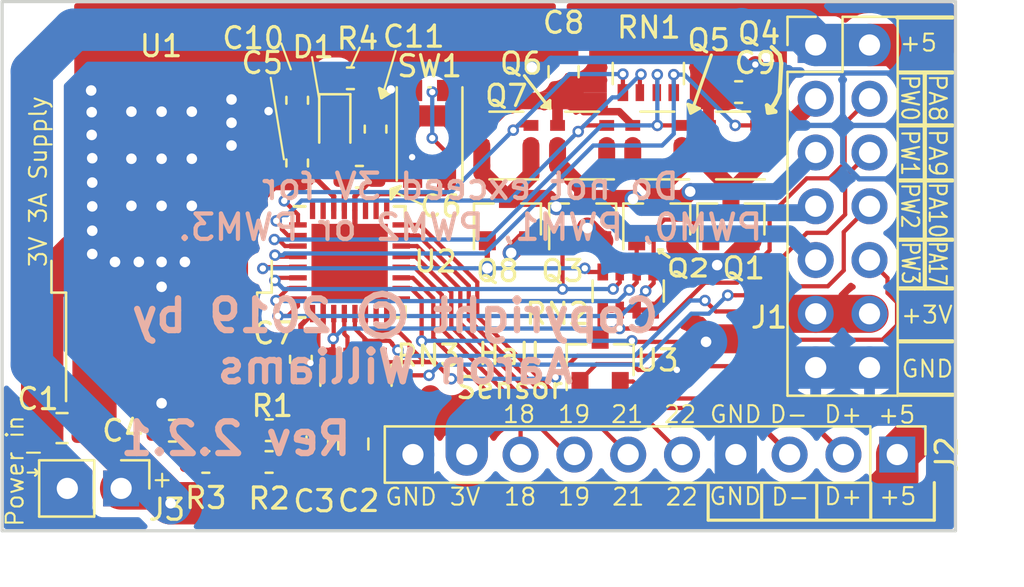
<source format=kicad_pcb>
(kicad_pcb (version 20221018) (generator pcbnew)
  (title_block (title "Paw Controller") (date "2019-02-04") (rev "2.2.1") (company "Copyright © 2018-2019 by Aaron Williams"))
  (layers (0 "F.Cu" jumper) (31 "B.Cu" signal) (34 "B.Paste" user) (35 "F.Paste" user) (36 "B.SilkS" user "B.Silkscreen") (37 "F.SilkS" user "F.Silkscreen") (38 "B.Mask" user) (39 "F.Mask" user) (44 "Edge.Cuts" user))
  (net 0 "")
  (net 1 "+3V3")
  (net 2 "/PA09")
  (net 3 "/PA10")
  (net 4 "Net-(R1-Pad2)")
  (net 5 "GND")
  (net 6 "Net-(C3-Pad2)")
  (net 7 "/PA08")
  (net 8 "/PA02")
  (net 9 "/PA00")
  (net 10 "/PA01")
  (net 11 "+5V")
  (net 12 "Net-(C4-Pad1)")
  (net 13 "Net-(U2-Pad17)")
  (net 14 "Net-(U2-Pad25)")
  (net 15 "/PA06")
  (net 16 "/PA07")
  (net 17 "Net-(U2-Pad15)")
  (net 18 "Net-(U2-Pad16)")
  (net 19 "Net-(SW1-Pad2)")
  (net 20 "Net-(U2-Pad27)")
  (net 21 "Net-(U2-Pad31)")
  (net 22 "Net-(U2-Pad32)")
  (net 23 "/D_N")
  (net 24 "/D_P")
  (net 25 "/PA21")
  (net 26 "/PA22")
  (net 27 "/PA18")
  (net 28 "/PA19")
  (net 29 "Net-(C6-Pad1)")
  (net 30 "/PWM2")
  (net 31 "/PWM0")
  (net 32 "/PWM1")
  (net 33 "/PA04")
  (net 34 "/PA05")
  (net 35 "/PA03")
  (net 36 "/PA11")
  (net 37 "Net-(D1-Pad1)")
  (net 38 "/PWM3")
  (net 39 "/PA17")
  (footprint "Resistor_SMD:R_Array_Convex_4x0603" (layer "F.Cu") (at 79.5 65.4 90)
    (fp_text reference "RN1")
    (fp_text value "100K")
  )
  (footprint "Aaron:SW_SPST_KMR2" (layer "F.Cu") (at 69.175 68.25 90)
    (fp_text reference "SW1")
    (fp_text value "SW_SPST_KMR2")
  )
  (footprint "Package_TO_SOT_SMD:SOT-23" (layer "F.Cu") (at 77.225 78.95 90)
    (fp_text reference "U3")
    (fp_text value "DRV5032FCDBZT")
  )
  (footprint "Capacitor_SMD:C_0603_1608Metric" (layer "F.Cu") (at 83.7625 66.275)
    (fp_text reference "C9")
    (fp_text value "0.1uF")
  )
  (footprint "Resistor_SMD:R_Array_Convex_4x0603" (layer "F.Cu") (at 65.7 79.65 -90)
    (fp_text reference "RN3")
    (fp_text value "10K")
  )
  (footprint "Capacitor_SMD:C_0603_1608Metric" (layer "F.Cu") (at 62.925 66.6625 90)
    (fp_text reference "C10")
    (fp_text value "1uF")
  )
  (footprint "Resistor_SMD:R_0603_1608Metric" (layer "F.Cu") (at 65.4375 65.625 180)
    (fp_text reference "R4")
    (fp_text value "330")
  )
  (footprint "LED_SMD:LED_0603_1608Metric" (layer "F.Cu") (at 64.7 67.8625 -90)
    (fp_text reference "D1")
    (fp_text value "LED")
  )
  (footprint "Capacitor_SMD:C_0603_1608Metric" (layer "F.Cu") (at 66.625 68.025 -90)
    (fp_text reference "C11")
    (fp_text value "0.1uF")
  )
  (footprint "Capacitor_SMD:C_0603_1608Metric" (layer "F.Cu") (at 65.8625 70.275)
    (fp_text reference "C6")
    (fp_text value "1uF")
  )
  (footprint "Aaron:TO-PMOD-7_TabPin4" (layer "F.Cu") (at 56.525 72.8 90)
    (fp_text reference "U1")
    (fp_text value "LMZ10503")
  )
  (footprint "Resistor_SMD:R_0603_1608Metric" (layer "F.Cu") (at 61.6125 82.25 180)
    (fp_text reference "R1")
    (fp_text value "82.5K")
  )
  (footprint "Resistor_SMD:R_0603_1608Metric" (layer "F.Cu") (at 58.6125 83.75 180)
    (fp_text reference "R3")
    (fp_text value "30K")
  )
  (footprint "Capacitor_SMD:C_0603_1608Metric" (layer "F.Cu") (at 57.0375 82.275)
    (fp_text reference "C4")
    (fp_text value "0.022uF")
  )
  (footprint "Resistor_SMD:R_0603_1608Metric" (layer "F.Cu") (at 61.6 83.75 180)
    (fp_text reference "R2")
    (fp_text value "1.27K")
  )
  (footprint "Capacitor_SMD:C_0603_1608Metric" (layer "F.Cu") (at 63.875 82.7125 -90)
    (fp_text reference "C3")
    (fp_text value "91pF")
  )
  (footprint "Package_DFN_QFN:QFN-32-1EP_5x5mm_P0.5mm_EP3.6x3.6mm" (layer "F.Cu") (at 65.4 74.3)
    (fp_text reference "U2")
    (fp_text value "ATSAMD21E18A-AF")
  )
  (footprint "Package_TO_SOT_SMD:SOT-23" (layer "F.Cu") (at 79.9 72.3 90)
    (fp_text reference "Q2")
    (fp_text value "DMN1019USN")
  )
  (footprint "Package_TO_SOT_SMD:SOT-23" (layer "F.Cu") (at 83.4 72.3 90)
    (fp_text reference "Q1")
    (fp_text value "DMN1019USN")
  )
  (footprint "Package_TO_SOT_SMD:SOT-23" (layer "F.Cu") (at 76.4 72.3 90)
    (fp_text reference "Q3")
    (fp_text value "DMN1019USN")
  )
  (footprint "Capacitor_SMD:C_0805_2012Metric" (layer "F.Cu") (at 65.575 82.9 -90)
    (fp_text reference "C2")
    (fp_text value "47uF")
  )
  (footprint "Capacitor_SMD:C_0603_1608Metric" (layer "F.Cu") (at 62.925 69.625 90)
    (fp_text reference "C5")
    (fp_text value "1uF")
  )
  (footprint "Connector_PinHeader_2.54mm:PinHeader_1x02_P2.54mm_Vertical" (layer "F.Cu") (at 54.615 85 -90)
    (fp_text reference "J3")
    (fp_text value "Conn_01x02")
  )
  (footprint "Capacitor_SMD:C_0805_2012Metric" (layer "F.Cu") (at 51.825 82.15 180)
    (fp_text reference "C1")
    (fp_text value "22uF")
  )
  (footprint "Capacitor_SMD:C_0603_1608Metric" (layer "F.Cu") (at 63.1 78.9 -90)
    (fp_text reference "C7")
    (fp_text value "1uF")
  )
  (footprint "Capacitor_SMD:C_0805_2012Metric" (layer "F.Cu") (at 75.5 65.3125 90)
    (fp_text reference "C8")
    (fp_text value "47uF")
  )
  (footprint "Resistor_SMD:R_Array_Convex_4x0603" (layer "F.Cu") (at 78.55 75.675 90)
    (fp_text reference "RN2")
    (fp_text value "100K")
  )
  (footprint "Package_TO_SOT_SMD:SOT-23" (layer "F.Cu") (at 72.85 72.3 90)
    (fp_text reference "Q8")
    (fp_text value "DMN1019USN")
  )
  (footprint "Package_SO:TSOP-6_1.65x3.05mm_P0.95mm" (layer "F.Cu") (at 83.5 68.8 180)
    (fp_text reference "Q4")
    (fp_text value "SI3407DV-T1-GE3")
  )
  (footprint "Package_SO:TSOP-6_1.65x3.05mm_P0.95mm" (layer "F.Cu") (at 79.925 68.8 180)
    (fp_text reference "Q5")
    (fp_text value "SI3407DV-T1-GE3")
  )
  (footprint "Package_SO:TSOP-6_1.65x3.05mm_P0.95mm" (layer "F.Cu") (at 76.375 68.8 180)
    (fp_text reference "Q6")
    (fp_text value "SI3407DV-T1-GE3")
  )
  (footprint "Package_SO:TSOP-6_1.65x3.05mm_P0.95mm" (layer "F.Cu") (at 72.8 68.8 180)
    (fp_text reference "Q7")
    (fp_text value "SI3407DV-T1-GE3")
  )
  (footprint "Connector_PinHeader_2.54mm:PinHeader_2x07_P2.54mm_Vertical" (layer "F.Cu") (at 87.4 64.05)
    (fp_text reference "J1")
    (fp_text value "Conn_02x07_Odd_Even")
  )
  (footprint "Connector_PinHeader_2.54mm:PinHeader_1x10_P2.54mm_Vertical" (layer "F.Cu") (at 91.25 83.4 -90)
    (fp_text reference "J2")
    (fp_text value "Conn_01x10")
  )
  (gr_line (start 84.85 84.775) (end 84.85 86.45) (stroke (width 0.15)) (layer "F.SilkS"))
  (gr_line (start 85.325 64.15) (end 85.7 64.525) (stroke (width 0.2)) (layer "F.SilkS"))
  (gr_line (start 50.2 84.25) (end 50.7 84.25) (stroke (width 0.1)) (layer "F.SilkS"))
  (gr_line (start 91.35 67.85) (end 93.85 67.85) (stroke (width 0.2)) (layer "F.SilkS"))
  (gr_line (start 80.025 73.875) (end 79.975 73.725) (stroke (width 0.15)) (layer "F.SilkS"))
  (gr_line (start 81.6 67.05) (end 82.475 64.525) (stroke (width 0.15)) (layer "F.SilkS"))
  (gr_line (start 90 84.75) (end 90 86.475) (stroke (width 0.15)) (layer "F.SilkS"))
  (gr_line (start 50.7 84.25) (end 50.55 84.4) (stroke (width 0.1)) (layer "F.SilkS"))
  (gr_poly (pts (xy 66.9 66.55) (xy 67.275 66.325) (xy 66.8 66.1)) (stroke (width 0.15)) (fill solid) (layer "F.SilkS"))
  (gr_line (start 91.25 62.75) (end 93.85 62.75) (stroke (width 0.2)) (layer "F.SilkS"))
  (gr_line (start 80.175 73.725) (end 80.025 73.875) (stroke (width 0.15)) (layer "F.SilkS"))
  (gr_line (start 93 86.5) (end 93 84.725) (stroke (width 0.15)) (layer "F.SilkS"))
  (gr_line (start 50.7 84.25) (end 50.55 84.1) (stroke (width 0.1)) (layer "F.SilkS"))
  (gr_line (start 82.325 84.825) (end 82.325 86.5) (stroke (width 0.15)) (layer "F.SilkS"))
  (gr_line (start 85.775 64.925) (end 85.7 66.325) (stroke (width 0.2)) (layer "F.SilkS"))
  (gr_line (start 91.35 75.55) (end 93.85 75.55) (stroke (width 0.2)) (layer "F.SilkS"))
  (gr_line (start 91.325 80.575) (end 93.875 80.575) (stroke (width 0.2)) (layer "F.SilkS"))
  (gr_line (start 74.85 67.05) (end 74.85 66.675) (stroke (width 0.15)) (layer "F.SilkS"))
  (gr_line (start 82.325 86.5) (end 93 86.5) (stroke (width 0.15)) (layer "F.SilkS"))
  (gr_line (start 91.35 73.25) (end 93.85 73.25) (stroke (width 0.2)) (layer "F.SilkS"))
  (gr_poly (pts (xy 81.5 67.275) (xy 81.9 67.05) (xy 81.375 66.85)) (stroke (width 0.15)) (fill solid) (layer "F.SilkS"))
  (gr_line (start 80.475 74.075) (end 80 73.75) (stroke (width 0.15)) (layer "F.SilkS"))
  (gr_line (start 85.15 67.25) (end 85.1 66.9) (stroke (width 0.2)) (layer "F.SilkS"))
  (gr_line (start 73.65 65.5) (end 74.85 67.05) (stroke (width 0.15)) (layer "F.SilkS"))
  (gr_line (start 65.875 64.175) (end 65.45 65.125) (stroke (width 0.1)) (layer "F.SilkS"))
  (gr_line (start 85.7 64.525) (end 85.775 64.925) (stroke (width 0.2)) (layer "F.SilkS"))
  (gr_line (start 50.55 84.1) (end 50.7 84.25) (stroke (width 0.1)) (layer "F.SilkS"))
  (gr_line (start 63.625 64.625) (end 63.975 66.675) (stroke (width 0.1)) (layer "F.SilkS"))
  (gr_line (start 91.35 70.45) (end 93.85 70.45) (stroke (width 0.2)) (layer "F.SilkS"))
  (gr_line (start 87.45 84.75) (end 87.45 86.475) (stroke (width 0.15)) (layer "F.SilkS"))
  (gr_line (start 85.5 67.2) (end 85.2 67.25) (stroke (width 0.2)) (layer "F.SilkS"))
  (gr_line (start 79.975 73.725) (end 80.175 73.725) (stroke (width 0.15)) (layer "F.SilkS"))
  (gr_line (start 92.55 73.25) (end 92.55 65.35) (stroke (width 0.2)) (layer "F.SilkS"))
  (gr_line (start 92.55 73.275) (end 92.55 75.55) (stroke (width 0.2)) (layer "F.SilkS"))
  (gr_line (start 85.475 66.8) (end 85.15 67.25) (stroke (width 0.2)) (layer "F.SilkS"))
  (gr_line (start 85.7 66.325) (end 85.475 66.8) (stroke (width 0.2)) (layer "F.SilkS"))
  (gr_line (start 91.325 78.05) (end 93.85 78.05) (stroke (width 0.2)) (layer "F.SilkS"))
  (gr_line (start 85.1 66.9) (end 85.5 67.2) (stroke (width 0.2)) (layer "F.SilkS"))
  (gr_line (start 74.85 66.675) (end 74.475 66.975) (stroke (width 0.15)) (layer "F.SilkS"))
  (gr_line (start 67.575 64.325) (end 66.925 66.525) (stroke (width 0.1)) (layer "F.SilkS"))
  (gr_poly (pts (xy 67.35 70.875) (xy 67.8 70.725) (xy 67.35 71.325)) (stroke (width 0.15)) (fill solid) (layer "F.SilkS"))
  (gr_line (start 68.925 71.625) (end 67.35 70.925) (stroke (width 0.1)) (layer "F.SilkS"))
  (gr_line (start 74.475 66.975) (end 74.85 67.025) (stroke (width 0.15)) (layer "F.SilkS"))
  (gr_line (start 62.175 63.975) (end 62.625 65.2) (stroke (width 0.1)) (layer "F.SilkS"))
  (gr_line (start 61.675 65.6) (end 62.3 69.45) (stroke (width 0.1)) (layer "F.SilkS"))
  (gr_line (start 91.35 65.35) (end 93.85 65.35) (stroke (width 0.2)) (layer "F.SilkS"))
  (gr_line (start 94 62) (end 94 87) (stroke (width 0.15)) (layer "Edge.Cuts"))
  (gr_line (start 49 62) (end 94 62) (stroke (width 0.15)) (layer "Edge.Cuts"))
  (gr_line (start 49 87) (end 49 62) (stroke (width 0.15)) (layer "Edge.Cuts"))
  (gr_line (start 94 87) (end 49 87) (stroke (width 0.15)) (layer "Edge.Cuts"))
  (gr_text "Copyright © 2019 by\nAaron Williams" (at 67.55 78.05) (layer "B.SilkS") (effects (font (size 1.5 1.5) (thickness 0.3)) (justify mirror)))
  (gr_text "Rev 2.2.1" (at 60.025 82.65) (layer "B.SilkS") (effects (font (size 1.5 1.5) (thickness 0.3)) (justify mirror)))
  (gr_text "Do not exceed 3V for\nPWM0, PWM1, PWM2 or PWM3." (at 71.1 71.7) (layer "B.SilkS") (effects (font (size 1.2 1.2) (thickness 0.2)) (justify mirror)))
  (gr_text "Power in" (at 49.6 84.175 90) (layer "F.SilkS") (effects (font (size 0.8 0.8) (thickness 0.1))))
  (gr_text "22" (at 81 81.5) (layer "F.SilkS") (effects (font (size 0.8 0.8) (thickness 0.1))))
  (gr_text "GND" (at 83.6 85.375) (layer "F.SilkS") (effects (font (size 0.8 0.8) (thickness 0.1))))
  (gr_text "+5" (at 91.225 81.525) (layer "F.SilkS") (effects (font (size 0.8 0.8) (thickness 0.1))))
  (gr_text "19" (at 76 81.5) (layer "F.SilkS") (effects (font (size 0.8 0.8) (thickness 0.1))))
  (gr_text "18" (at 73.4 81.5) (layer "F.SilkS") (effects (font (size 0.8 0.8) (thickness 0.1))))
  (gr_text "18" (at 73.45 85.4) (layer "F.SilkS") (effects (font (size 0.8 0.8) (thickness 0.1))))
  (gr_text "GND" (at 92.675 79.35) (layer "F.SilkS") (effects (font (size 0.8 0.8) (thickness 0.1))))
  (gr_text "PW1" (at 91.85 69.15 270) (layer "F.SilkS") (effects (font (size 0.8 0.7) (thickness 0.1))))
  (gr_text "PA17" (at 93.15 74.375 270) (layer "F.SilkS") (effects (font (size 0.8 0.55) (thickness 0.1))))
  (gr_text "D+" (at 88.7 85.375) (layer "F.SilkS") (effects (font (size 0.8 0.8) (thickness 0.1))))
  (gr_text "PW0" (at 91.85 66.55 270) (layer "F.SilkS") (effects (font (size 0.8 0.7) (thickness 0.1))))
  (gr_text "PW2" (at 91.85 71.65 270) (layer "F.SilkS") (effects (font (size 0.8 0.7) (thickness 0.1))))
  (gr_text "D+" (at 88.7 81.5) (layer "F.SilkS") (effects (font (size 0.8 0.8) (thickness 0.1))))
  (gr_text "19" (at 76 85.4) (layer "F.SilkS") (effects (font (size 0.8 0.8) (thickness 0.1))))
  (gr_text "Hall\nSensor" (at 72.95 79.45) (layer "F.SilkS") (effects (font (size 1 1))))
  (gr_text "GND" (at 83.625 81.5) (layer "F.SilkS") (effects (font (size 0.8 0.8) (thickness 0.1))))
  (gr_text "3V" (at 70.85 85.4) (layer "F.SilkS") (effects (font (size 0.8 0.8) (thickness 0.1))))
  (gr_text "GND" (at 68.3 85.4) (layer "F.SilkS") (effects (font (size 0.8 0.8) (thickness 0.1))))
  (gr_text "-" (at 50.475 83.25) (layer "F.SilkS") (effects (font (size 0.8 0.8) (thickness 0.1))))
  (gr_text "+5" (at 91.275 85.375) (layer "F.SilkS") (effects (font (size 0.8 0.8) (thickness 0.1))))
  (gr_text "PA9" (at 93.15 69.15 270) (layer "F.SilkS") (effects (font (size 0.8 0.8) (thickness 0.1))))
  (gr_text "D-" (at 86.2 85.4) (layer "F.SilkS") (effects (font (size 0.8 0.8) (thickness 0.1))))
  (gr_text "21" (at 78.5 81.5) (layer "F.SilkS") (effects (font (size 0.8 0.8) (thickness 0.1))))
  (gr_text "21" (at 78.55 85.4) (layer "F.SilkS") (effects (font (size 0.8 0.8) (thickness 0.1))))
  (gr_text "PW3" (at 91.875 74.35 270) (layer "F.SilkS") (effects (font (size 0.8 0.65) (thickness 0.1))))
  (gr_text "+3V" (at 92.65 76.8) (layer "F.SilkS") (effects (font (size 0.8 0.8) (thickness 0.1))))
  (gr_text "22" (at 81.075 85.4) (layer "F.SilkS") (effects (font (size 0.8 0.8) (thickness 0.1))))
  (gr_text "+5" (at 92.25 63.95) (layer "F.SilkS") (effects (font (size 0.8 0.8) (thickness 0.1))))
  (gr_text "D-" (at 86.125 81.5) (layer "F.SilkS") (effects (font (size 0.8 0.8) (thickness 0.1))))
  (gr_text "3V 3A Supply" (at 50.7 70.5 90) (layer "F.SilkS") (effects (font (size 0.8 0.8) (thickness 0.1))))
  (gr_text "PA8" (at 93.15 66.55 270) (layer "F.SilkS") (effects (font (size 0.8 0.8) (thickness 0.1))))
  (gr_text "+" (at 56.55 84.55) (layer "F.SilkS") (effects (font (size 0.8 0.8) (thickness 0.1))))
  (gr_text "PA10" (at 93.15 71.85 270) (layer "F.SilkS") (effects (font (size 0.8 0.7) (thickness 0.1))))
  (segment (start 78.765 67.85) (end 78.765 67.84) (width 0.3) (layer "F.Cu") (net 1))
  (segment (start 70.6 67.400001) (end 70.799999 67.400001) (width 0.8) (layer "F.Cu") (net 1))
  (segment (start 63.32499 67.79999) (end 62.925 67.4) (width 0.8) (layer "F.Cu") (net 1))
  (segment (start 70.93 82.197919) (end 70.95 82.177919) (width 2) (layer "F.Cu") (net 1))
  (segment (start 62.4 82.25) (end 62.4 81.1) (width 0.5) (layer "F.Cu") (net 1))
  (segment (start 64.5 80.575) (end 63.875 81.2) (width 1) (layer "F.Cu") (net 1))
  (segment (start 63.611816 67.79999) (end 63.32499 67.79999) (width 0.8) (layer "F.Cu") (net 1))
  (segment (start 65.575 81.875) (end 66.4 81.05) (width 1) (layer "F.Cu") (net 1))
  (segment (start 66.625 67.2375) (end 66.324326 67.2375) (width 1) (layer "F.Cu") (net 1))
  (segment (start 66.787501 67.400001) (end 70.6 67.400001) (width 1) (layer "F.Cu") (net 1))
  (segment (start 63.875 81.2) (end 64.7 80.375) (width 0.5) (layer "F.Cu") (net 1))
  (segment (start 63.65 76.7375) (end 63.1 77.2875) (width 0.25) (layer "F.Cu") (net 1))
  (segment (start 60.104987 75.670013) (end 59.6 76.175) (width 1) (layer "F.Cu") (net 1))
  (segment (start 64.675 80.4) (end 64.7 80.375) (width 0.5) (layer "F.Cu") (net 1))
  (segment (start 60.335 78.575) (end 60.335 78.59) (width 1) (layer "F.Cu") (net 1))
  (segment (start 66.2875 80.375) (end 66.3 80.3875) (width 0.5) (layer "F.Cu") (net 1))
  (segment (start 82.34 67.85) (end 82.34 66.91) (width 0.5) (layer "F.Cu") (net 1))
  (segment (start 76.275 79.95) (end 76.275 79.9) (width 0.2) (layer "F.Cu") (net 1))
  (segment (start 63.149326 70.4125) (end 62.95 70.4125) (width 1) (layer "F.Cu") (net 1))
  (segment (start 62.95 70.4125) (end 61.7 70.4125) (width 1) (layer "F.Cu") (net 1))
  (segment (start 63.875 81.3) (end 62.4 81.3) (width 1) (layer "F.Cu") (net 1))
  (segment (start 65.575 81.875) (end 63.925 81.875) (width 1) (layer "F.Cu") (net 1))
  (segment (start 87.4 76.75) (end 89.94 76.75) (width 1.8) (layer "F.Cu") (net 1))
  (segment (start 77.044999 79.130001) (end 78.745003 79.130001) (width 0.2) (layer "F.Cu") (net 1))
  (segment (start 82.34 66.91) (end 82.975 66.275) (width 0.5) (layer "F.Cu") (net 1))
  (segment (start 75.215 66.535) (end 75.5 66.25) (width 0.5) (layer "F.Cu") (net 1))
  (segment (start 64.686826 68.875) (end 63.611816 67.79999) (width 0.8) (layer "F.Cu") (net 1))
  (segment (start 62.58462 81.3) (end 59.6 78.31538) (width 1.5) (layer "F.Cu") (net 1))
  (segment (start 66.324326 67.2375) (end 63.149326 70.4125) (width 1) (layer "F.Cu") (net 1))
  (segment (start 60.335 78.696826) (end 60.335 78.575) (width 1) (layer "F.Cu") (net 1))
  (segment (start 78.745003 79.130001) (end 79.015002 79.4) (width 0.2) (layer "F.Cu") (net 1))
  (segment (start 62.4 81.3) (end 62.4 80.761826) (width 1) (layer "F.Cu") (net 1))
  (segment (start 63.8625 70.4125) (end 62.95 70.4125) (width 0.25) (layer "F.Cu") (net 1))
  (segment (start 70.799999 67.400001) (end 71.475 66.725) (width 0.8) (layer "F.Cu") (net 1))
  (segment (start 64.65 71.2) (end 63.8625 70.4125) (width 0.25) (layer "F.Cu") (net 1))
  (segment (start 75.95 66.25) (end 75.95 66.265) (width 0.8) (layer "F.Cu") (net 1))
  (segment (start 66.237489 80.450011) (end 64.775011 80.450011) (width 1) (layer "F.Cu") (net 1))
  (segment (start 66.625 67.2375) (end 66.787501 67.400001) (width 1) (layer "F.Cu") (net 1))
  (segment (start 76.45 67.2) (end 76.056237 66.806237) (width 0.3) (layer "F.Cu") (net 1))
  (segment (start 78.765 67.84) (end 78.125 67.2) (width 0.35) (layer "F.Cu") (net 1))
  (segment (start 79.9 64.5) (end 79.9 63.625) (width 0.3) (layer "F.Cu") (net 1))
  (segment (start 69.2125 81.7625) (end 69.2125 80.625) (width 1) (layer "F.Cu") (net 1))
  (segment (start 72.174999 67.400001) (end 72.625 66.95) (width 0.8) (layer "F.Cu") (net 1))
  (segment (start 79.1 64.5) (end 79.1 63.575) (width 0.3) (layer "F.Cu") (net 1))
  (segment (start 66.9625 81.05) (end 68.384315 81.05) (width 1) (layer "F.Cu") (net 1))
  (segment (start 66.4 81.05) (end 68.384315 81.05) (width 1) (layer "F.Cu") (net 1))
  (segment (start 78.125 67.2) (end 76.45 67.2) (width 0.35) (layer "F.Cu") (net 1))
  (segment (start 86.450604 76.75) (end 87.4 76.75) (width 1.8) (layer "F.Cu") (net 1))
  (segment (start 71.64 67.85) (end 71.190001 67.400001) (width 0.5) (layer "F.Cu") (net 1))
  (segment (start 79.015002 79.4) (end 80.845998 79.4) (width 0.2) (layer "F.Cu") (net 1))
  (segment (start 63.925 81.875) (end 63.875 81.825) (width 1) (layer "F.Cu") (net 1))
  (segment (start 71.190001 67.400001) (end 72.174999 67.400001) (width 0.8) (layer "F.Cu") (net 1))
  (segment (start 76.275 79.9) (end 77.044999 79.130001) (width 0.2) (layer "F.Cu") (net 1))
  (segment (start 62.4 82.25) (end 62.4 81.3) (width 1) (layer "F.Cu") (net 1))
  (segment (start 62.825 81.825) (end 62.4 82.25) (width 1) (layer "F.Cu") (net 1))
  (segment (start 59.675 79.25) (end 59.675 80.45) (width 1) (layer "F.Cu") (net 1))
  (segment (start 64.5 80.55) (end 64.5 80.575) (width 1) (layer "F.Cu") (net 1))
  (segment (start 60.985 78.575) (end 60.335 78.575) (width 0.25) (layer "F.Cu") (net 1))
  (segment (start 76.056237 66.806237) (end 75.5 66.25) (width 0.3) (layer "F.Cu") (net 1))
  (segment (start 63.875 81.825) (end 63.875 81.2) (width 0.5) (layer "F.Cu") (net 1))
  (segment (start 62.4 80.761826) (end 60.335 78.696826) (width 1) (layer "F.Cu") (net 1))
  (segment (start 75.95 66.25) (end 75.725 66.475) (width 1) (layer "F.Cu") (net 1))
  (segment (start 70.6 67.400001) (end 71.190001 67.400001) (width 1) (layer "F.Cu") (net 1))
  (segment (start 63.1 77.2875) (end 63.1 78.1125) (width 0.25) (layer "F.Cu") (net 1))
  (segment (start 68.409315 81.075) (end 69.359315 81.075) (width 1) (layer "F.Cu") (net 1))
  (segment (start 61.7 70.4125) (end 60.104987 72.007513) (width 1) (layer "F.Cu") (net 1))
  (segment (start 59.6 78.31538) (end 59.6 76.175) (width 1.5) (layer "F.Cu") (net 1))
  (segment (start 65.575 81.875) (end 65.575 81.1125) (width 0.5) (layer "F.Cu") (net 1))
  (segment (start 63.875 81.3) (end 62.58462 81.3) (width 1.5) (layer "F.Cu") (net 1))
  (segment (start 60.335 78.59) (end 59.675 79.25) (width 1) (layer "F.Cu") (net 1))
  (segment (start 60.104987 72.007513) (end 60.104987 75.670013) (width 1) (layer "F.Cu") (net 1))
  (segment (start 68.384315 81.05) (end 68.409315 81.075) (width 1) (layer "F.Cu") (net 1))
  (segment (start 63.875 81.825) (end 62.825 81.825) (width 1) (layer "F.Cu") (net 1))
  (segment (start 70.93 83.4) (end 70.93 82.197919) (width 2) (layer "F.Cu") (net 1))
  (segment (start 64.65 71.8625) (end 64.65 71.2) (width 0.25) (layer "F.Cu") (net 1))
  (segment (start 59.065 78.575) (end 59.065 75.475) (width 0.8) (layer "F.Cu") (net 1))
  (via (at 80.845998 79.4) (size 0.54) (drill 0.3) (layers "F.Cu" "B.Cu") (net 1))
  (via (at 82.225 78.075) (size 0.8) (drill 0.5) (layers "F.Cu" "B.Cu") (net 1))
  (segment (start 80.845998 79.4) (end 79.249998 80.996) (width 2) (layer "B.Cu") (net 1))
  (segment (start 78.909955 81.290041) (end 71.837878 81.290041) (width 2) (layer "B.Cu") (net 1))
  (segment (start 71.837878 81.290041) (end 70.93 82.197919) (width 2) (layer "B.Cu") (net 1))
  (segment (start 79.124996 81.075) (end 78.909955 81.290041) (width 2) (layer "B.Cu") (net 1))
  (segment (start 70.93 82.197919) (end 70.93 83.4) (width 2) (layer "B.Cu") (net 1))
  (segment (start 71.125 83.125) (end 70.85 83.4) (width 1) (layer "B.Cu") (net 1))
  (segment (start 80.9 79.4) (end 82.225 78.075) (width 2) (layer "B.Cu") (net 1))
  (segment (start 80.845998 79.4) (end 80.9 79.4) (width 2) (layer "B.Cu") (net 1))
  (segment (start 65.3 79.35) (end 65.594609 79.644609) (width 0.2) (layer "F.Cu") (net 2))
  (segment (start 65.15 76.7375) (end 65.15 77.7) (width 0.2) (layer "F.Cu") (net 2))
  (segment (start 87.925 72.925) (end 86.986833 72.925) (width 0.2) (layer "F.Cu") (net 2))
  (segment (start 88.789999 70.280001) (end 88.789999 72.060001) (width 0.2) (layer "F.Cu") (net 2))
  (segment (start 83.631835 75.875) (end 83.249998 75.875) (width 0.2) (layer "F.Cu") (net 2))
  (segment (start 65.594609 79.644609) (end 67.229191 79.644609) (width 0.2) (layer "F.Cu") (net 2))
  (segment (start 84.036833 75.875) (end 83.631835 75.875) (width 0.2) (layer "F.Cu") (net 2))
  (segment (start 86.986833 72.925) (end 84.036833 75.875) (width 0.2) (layer "F.Cu") (net 2))
  (segment (start 65.15 77.7) (end 65.3 77.85) (width 0.2) (layer "F.Cu") (net 2))
  (segment (start 89.94 69.13) (end 88.789999 70.280001) (width 0.2) (layer "F.Cu") (net 2))
  (segment (start 88.789999 72.060001) (end 87.925 72.925) (width 0.2) (layer "F.Cu") (net 2))
  (segment (start 67.229191 79.644609) (end 67.240952 79.65637) (width 0.2) (layer "F.Cu") (net 2))
  (segment (start 65.3 77.85) (end 65.3 78.75) (width 0.2) (layer "F.Cu") (net 2))
  (segment (start 68.76791 79.65637) (end 69.149747 79.65637) (width 0.2) (layer "F.Cu") (net 2))
  (segment (start 67.240952 79.65637) (end 68.76791 79.65637) (width 0.2) (layer "F.Cu") (net 2))
  (segment (start 65.3 78.75) (end 65.3 79.35) (width 0.2) (layer "F.Cu") (net 2))
  (via (at 83.249998 75.875) (size 0.54) (drill 0.3) (layers "F.Cu" "B.Cu") (net 2))
  (via (at 69.149747 79.65637) (size 0.54) (drill 0.3) (layers "F.Cu" "B.Cu") (net 2))
  (segment (start 69.149747 79.65637) (end 69.656117 79.15) (width 0.2) (layer "B.Cu") (net 2))
  (segment (start 82.354999 76.745001) (end 83.225 75.875) (width 0.2) (layer "B.Cu") (net 2))
  (segment (start 81.529999 76.745001) (end 82.354999 76.745001) (width 0.2) (layer "B.Cu") (net 2))
  (segment (start 69.656117 79.15) (end 79.125 79.15) (width 0.2) (layer "B.Cu") (net 2))
  (segment (start 83.225 75.875) (end 83.249998 75.875) (width 0.2) (layer "B.Cu") (net 2))
  (segment (start 79.125 79.15) (end 81.529999 76.745001) (width 0.2) (layer "B.Cu") (net 2))
  (segment (start 88.725 72.885) (end 88.725 74.7) (width 0.2) (layer "F.Cu") (net 3))
  (segment (start 67.281023 78.025011) (end 67.41065 78.154638) (width 0.2) (layer "F.Cu") (net 3))
  (segment (start 89.94 71.67) (end 88.725 72.885) (width 0.2) (layer "F.Cu") (net 3))
  (segment (start 84.178926 76.639678) (end 82.689687 76.639678) (width 0.2) (layer "F.Cu") (net 3))
  (segment (start 66.1 78.75) (end 66.1 77.9) (width 0.2) (layer "F.Cu") (net 3))
  (segment (start 65.65 77.45) (end 66.050012 77.850012) (width 0.2) (layer "F.Cu") (net 3))
  (segment (start 85.368615 75.449989) (end 84.178926 76.639678) (width 0.2) (layer "F.Cu") (net 3))
  (segment (start 67.41065 78.195842) (end 67.680649 78.465841) (width 0.2) (layer "F.Cu") (net 3))
  (segment (start 87.975011 75.449989) (end 85.368615 75.449989) (width 0.2) (layer "F.Cu") (net 3))
  (segment (start 88.725 74.7) (end 87.975011 75.449989) (width 0.2) (layer "F.Cu") (net 3))
  (segment (start 65.65 76.7375) (end 65.65 77.45) (width 0.2) (layer "F.Cu") (net 3))
  (segment (start 67.41065 78.154638) (end 67.41065 78.195842) (width 0.2) (layer "F.Cu") (net 3))
  (segment (start 82.441945 76.391936) (end 82.171946 76.121937) (width 0.2) (layer "F.Cu") (net 3))
  (segment (start 66.225011 78.025011) (end 67.281023 78.025011) (width 0.2) (layer "F.Cu") (net 3))
  (segment (start 66.075 77.875) (end 66.225011 78.025011) (width 0.2) (layer "F.Cu") (net 3))
  (segment (start 82.689687 76.639678) (end 82.441945 76.391936) (width 0.2) (layer "F.Cu") (net 3))
  (via (at 67.680649 78.465841) (size 0.54) (drill 0.3) (layers "F.Cu" "B.Cu") (net 3))
  (via (at 82.171946 76.121937) (size 0.54) (drill 0.3) (layers "F.Cu" "B.Cu") (net 3))
  (segment (start 78.86416 78.73584) (end 67.950648 78.73584) (width 0.2) (layer "B.Cu") (net 3))
  (segment (start 67.950648 78.73584) (end 67.680649 78.465841) (width 0.2) (layer "B.Cu") (net 3))
  (segment (start 81.478063 76.121937) (end 78.86416 78.73584) (width 0.2) (layer "B.Cu") (net 3))
  (segment (start 82.171946 76.121937) (end 81.478063 76.121937) (width 0.2) (layer "B.Cu") (net 3))
  (segment (start 60.8125 82.2625) (end 60.825 82.25) (width 0.2) (layer "F.Cu") (net 4))
  (segment (start 57.795 80.475) (end 57.795 78.575) (width 0.2) (layer "F.Cu") (net 4))
  (segment (start 60.8125 83.75) (end 60.8125 82.2625) (width 0.2) (layer "F.Cu") (net 4))
  (segment (start 59.4 83.75) (end 60.8125 83.75) (width 0.25) (layer "F.Cu") (net 4))
  (segment (start 59.57 82.25) (end 57.795 80.475) (width 0.2) (layer "F.Cu") (net 4))
  (segment (start 60.825 82.25) (end 59.57 82.25) (width 0.2) (layer "F.Cu") (net 4))
  (segment (start 56.525 75.475) (end 56.525 74.3) (width 1) (layer "F.Cu") (net 5))
  (segment (start 56.525 80.975) (end 56.525 78.575) (width 0.5) (layer "F.Cu") (net 5))
  (segment (start 56.525 74.3) (end 56.525 69.425) (width 1) (layer "F.Cu") (net 5))
  (segment (start 50.8875 83.8125) (end 50.8875 82.15) (width 2) (layer "F.Cu") (net 5))
  (segment (start 65.65 71.8625) (end 65.65 74.05) (width 0.25) (layer "F.Cu") (net 5))
  (segment (start 68.375 70.3) (end 68.375 69.375) (width 0.5) (layer "F.Cu") (net 5))
  (segment (start 77.225001 73.3) (end 77.024999 73.099998) (width 1) (layer "F.Cu") (net 5))
  (segment (start 65.65 74.05) (end 65.4 74.3) (width 0.25) (layer "F.Cu") (net 5))
  (segment (start 65.65 71.8625) (end 65.65 71.2) (width 0.25) (layer "F.Cu") (net 5))
  (segment (start 77.225 77.95) (end 77.225 76.7) (width 0.25) (layer "F.Cu") (net 5))
  (segment (start 62.925 68.8375) (end 62.35 68.8375) (width 0.5) (layer "F.Cu") (net 5))
  (segment (start 65.65 71.2) (end 66.55 70.3) (width 0.25) (layer "F.Cu") (net 5))
  (segment (start 84.55 64.975) (end 84.55 66.275) (width 0.8) (layer "F.Cu") (net 5))
  (segment (start 50.8875 75.542498) (end 52.504998 73.925) (width 2) (layer "F.Cu") (net 5))
  (segment (start 61.575 68.0625) (end 61.575 67.740685) (width 0.5) (layer "F.Cu") (net 5))
  (segment (start 83.145023 74.384985) (end 83.265015 74.384985) (width 1) (layer "F.Cu") (net 5))
  (segment (start 67.1625 69.35) (end 66.625 68.8125) (width 0.5) (layer "F.Cu") (net 5))
  (segment (start 68.35 69.35) (end 67.1625 69.35) (width 0.5) (layer "F.Cu") (net 5))
  (segment (start 62.35 68.8375) (end 61.575 68.0625) (width 0.5) (layer "F.Cu") (net 5))
  (segment (start 66.625 68.8125) (end 66.625 70.25) (width 0.5) (layer "F.Cu") (net 5))
  (segment (start 77.35 73.3) (end 77.225001 73.3) (width 1) (layer "F.Cu") (net 5))
  (segment (start 63.9 77.65) (end 63.9 78.725) (width 0.25) (layer "F.Cu") (net 5))
  (segment (start 82.75 74.45) (end 83.080008 74.45) (width 1) (layer "F.Cu") (net 5))
  (segment (start 64.15 76.7375) (end 64.15 77.4) (width 0.25) (layer "F.Cu") (net 5))
  (segment (start 65.925 83.4) (end 65.575 83.75) (width 1) (layer "F.Cu") (net 5))
  (segment (start 63.561612 79.086612) (end 63.55 79.075) (width 0.4) (layer "F.Cu") (net 5))
  (segment (start 63.9 78.725) (end 63.55 79.075) (width 0.25) (layer "F.Cu") (net 5))
  (segment (start 81.725 74.45) (end 81.734315 74.45) (width 0.3) (layer "F.Cu") (net 5))
  (segment (start 56.525 71.02) (end 56.525 69.425) (width 0.5) (layer "F.Cu") (net 5))
  (segment (start 66.65 70.275) (end 68.35 70.275) (width 0.5) (layer "F.Cu") (net 5))
  (segment (start 57.825 83.75) (end 57.9375 83.75) (width 0.5) (layer "F.Cu") (net 5))
  (segment (start 74.7 64.375) (end 74.675 64.35) (width 1) (layer "F.Cu") (net 5))
  (segment (start 64.15 75.55) (end 65.4 74.3) (width 0.25) (layer "F.Cu") (net 5))
  (segment (start 77.225 76.7) (end 77.35 76.575) (width 0.25) (layer "F.Cu") (net 5))
  (segment (start 61.575 67.740685) (end 61.575 67.175) (width 0.5) (layer "F.Cu") (net 5))
  (segment (start 80.85 73.565685) (end 81.734315 74.45) (width 1) (layer "F.Cu") (net 5))
  (segment (start 79.75 76.575) (end 79.75 76.425) (width 0.3) (layer "F.Cu") (net 5))
  (segment (start 57.825 82.275) (end 56.525 80.975) (width 0.5) (layer "F.Cu") (net 5))
  (segment (start 84.75 66.075) (end 84.55 66.275) (width 0.5) (layer "F.Cu") (net 5))
  (segment (start 82.184315 74.45) (end 82.75 74.45) (width 1) (layer "F.Cu") (net 5))
  (segment (start 80.85 73.3) (end 80.85 73.565685) (width 1) (layer "F.Cu") (net 5))
  (segment (start 52.075 85) (end 50.8875 83.8125) (width 2) (layer "F.Cu") (net 5))
  (segment (start 64.15 76.7375) (end 64.15 75.55) (width 0.25) (layer "F.Cu") (net 5))
  (segment (start 73.6 73.3) (end 73.025 73.875) (width 0.8) (layer "F.Cu") (net 5))
  (segment (start 52.504998 73.925) (end 52.684315 73.925) (width 2) (layer "F.Cu") (net 5))
  (segment (start 66.55 70.3) (end 66.8 70.3) (width 0.25) (layer "F.Cu") (net 5))
  (segment (start 63.561612 79.225888) (end 63.561612 79.086612) (width 0.4) (layer "F.Cu") (net 5))
  (segment (start 81.734315 74.45) (end 82.184315 74.45) (width 1) (layer "F.Cu") (net 5))
  (segment (start 73.8 73.3) (end 73.6 73.3) (width 0.8) (layer "F.Cu") (net 5))
  (segment (start 83.265015 74.384985) (end 84.35 73.3) (width 1) (layer "F.Cu") (net 5))
  (segment (start 75.5 64.375) (end 74.7 64.375) (width 1) (layer "F.Cu") (net 5))
  (segment (start 79.75 76.425) (end 81.725 74.45) (width 0.3) (layer "F.Cu") (net 5))
  (segment (start 77.024999 73.099998) (end 76.625 72.699999) (width 1) (layer "F.Cu") (net 5))
  (segment (start 52.684315 73.925) (end 53.25 73.925) (width 2) (layer "F.Cu") (net 5))
  (segment (start 50.8875 82.15) (end 50.8875 75.542498) (width 2) (layer "F.Cu") (net 5))
  (segment (start 66.625 70.25) (end 66.65 70.275) (width 0.5) (layer "F.Cu") (net 5))
  (segment (start 64.15 77.4) (end 63.9 77.65) (width 0.25) (layer "F.Cu") (net 5))
  (segment (start 57.825 83.75) (end 57.825 82.275) (width 0.5) (layer "F.Cu") (net 5))
  (segment (start 83.080008 74.45) (end 83.145023 74.384985) (width 1) (layer "F.Cu") (net 5))
  (segment (start 56.525 78.575) (end 56.525 75.475) (width 1) (layer "F.Cu") (net 5))
  (segment (start 68.35 70.275) (end 68.375 70.3) (width 0.5) (layer "F.Cu") (net 5))
  (segment (start 78.95 76.575) (end 78.15 76.575) (width 0.25) (layer "F.Cu") (net 5))
  (segment (start 63.1 79.6875) (end 63.561612 79.225888) (width 0.4) (layer "F.Cu") (net 5))
  (segment (start 66.8 70.3) (end 66.825 70.275) (width 0.25) (layer "F.Cu") (net 5))
  (segment (start 79.75 76.575) (end 79.75 76.725) (width 0.3) (layer "F.Cu") (net 5))
  (segment (start 68.375 69.375) (end 68.35 69.35) (width 0.5) (layer "F.Cu") (net 5))
  (segment (start 68.31 83.4) (end 65.925 83.4) (width 1) (layer "F.Cu") (net 5))
  (segment (start 79.75 76.575) (end 78.95 76.575) (width 0.25) (layer "F.Cu") (net 5))
  (segment (start 78.15 76.575) (end 77.35 76.575) (width 0.25) (layer "F.Cu") (net 5))
  (via (at 76.625 72.699999) (size 0.8) (drill 0.5) (layers "F.Cu" "B.Cu") (net 5))
  (via (at 61.575 67.175) (size 0.8) (drill 0.4) (layers "F.Cu" "B.Cu") (net 5))
  (via (at 53.25 73.925) (size 0.8) (drill 0.5) (layers "F.Cu" "B.Cu") (net 5))
  (via (at 53.25 69.4) (size 0.8) (drill 0.5) (layers "F.Cu" "B.Cu") (net 5))
  (via (at 55.45 74.3) (size 0.8) (drill 0.5) (layers "F.Cu" "B.Cu") (net 5))
  (via (at 54.325 74.3) (size 0.8) (drill 0.5) (layers "F.Cu" "B.Cu") (net 5))
  (via (at 53.25 70.55) (size 0.8) (drill 0.5) (layers "F.Cu" "B.Cu") (net 5))
  (via (at 56.525 75.475) (size 0.8) (drill 0.5) (layers "F.Cu" "B.Cu") (net 5))
  (via (at 84.55 64.975) (size 0.54) (drill 0.3) (layers "F.Cu" "B.Cu") (net 5))
  (via (at 56.525 80.975) (size 0.8) (drill 0.5) (layers "F.Cu" "B.Cu") (net 5))
  (via (at 59.825 68.8) (size 0.8) (drill 0.5) (layers "F.Cu" "B.Cu") (net 5))
  (via (at 53.225 67.225) (size 0.8) (drill 0.5) (layers "F.Cu" "B.Cu") (net 5))
  (via (at 74 65.1) (size 0.8) (drill 0.5) (layers "F.Cu" "B.Cu") (net 5))
  (via (at 56.525 74.3) (size 0.8) (drill 0.5) (layers "F.Cu" "B.Cu") (net 5))
  (via (at 73.025 73.875) (size 0.8) (drill 0.5) (layers "F.Cu" "B.Cu") (net 5))
  (via (at 67.35 66.15) (size 0.8) (drill 0.4) (layers "F.Cu" "B.Cu") (net 5))
  (via (at 59.825 67.725) (size 0.8) (drill 0.5) (layers "F.Cu" "B.Cu") (net 5))
  (via (at 57.625 74.3) (size 0.8) (drill 0.5) (layers "F.Cu" "B.Cu") (net 5))
  (via (at 63.55 79.075) (size 0.54) (drill 0.3) (layers "F.Cu" "B.Cu") (net 5))
  (via (at 68.35 69.35) (size 0.54) (drill 0.3) (layers "F.Cu" "B.Cu") (net 5))
  (via (at 53.2 66.2) (size 0.8) (drill 0.5) (layers "F.Cu" "B.Cu") (net 5))
  (via (at 59.825 66.625) (size 0.8) (drill 0.5) (layers "F.Cu" "B.Cu") (net 5))
  (via (at 82.75 74.45) (size 0.8) (drill 0.5) (layers "F.Cu" "B.Cu") (net 5))
  (via (at 53.25 71.675) (size 0.8) (drill 0.5) (layers "F.Cu" "B.Cu") (net 5))
  (via (at 53.225 68.3) (size 0.8) (drill 0.5) (layers "F.Cu" "B.Cu") (net 5))
  (via (at 53.25 72.825) (size 0.8) (drill 0.5) (layers "F.Cu" "B.Cu") (net 5))
  (segment (start 89.94 79.29) (end 91.41 79.29) (width 2) (layer "B.Cu") (net 5))
  (segment (start 68.39 82.197919) (end 68.375 82.182919) (width 2) (layer "B.Cu") (net 5))
  (segment (start 86.920998 67.85) (end 88.075 67.85) (width 0.25) (layer "B.Cu") (net 5))
  (segment (start 91.225 65.375) (end 91.22501 65.37501) (width 0.25) (layer "B.Cu") (net 5))
  (segment (start 89.94 79.29) (end 87.4 79.29) (width 2) (layer "B.Cu") (net 5))
  (segment (start 88.675 65.45001) (end 88.6 65.37501) (width 0.25) (layer "B.Cu") (net 5))
  (segment (start 90.875 70.375) (end 89.445998 70.375) (width 0.25) (layer "B.Cu") (net 5))
  (segment (start 83.63 81.857919) (end 86.197919 79.29) (width 2) (layer "B.Cu") (net 5))
  (segment (start 88.6 65.37501) (end 88.60001 65.375) (width 0.25) (layer "B.Cu") (net 5))
  (segment (start 86.525 67.85) (end 84.55 65.875) (width 0.5) (layer "B.Cu") (net 5))
  (segment (start 84.55 65.875) (end 84.55 64.975) (width 0.5) (layer "B.Cu") (net 5))
  (segment (start 86.189999 65.350001) (end 86.649378 65.350001) (width 0.5) (layer "B.Cu") (net 5))
  (segment (start 74.910688 64.754997) (end 83.94816 64.754997) (width 0.4) (layer "B.Cu") (net 5))
  (segment (start 68.39 83.4) (end 68.39 85.01) (width 2) (layer "B.Cu") (net 5))
  (segment (start 74 65.1) (end 74.565685 65.1) (width 0.4) (layer "B.Cu") (net 5))
  (segment (start 83.63 83.4) (end 83.63 85.255) (width 2) (layer "B.Cu") (net 5))
  (segment (start 86.920998 67.85) (end 86.525 67.85) (width 0.5) (layer "B.Cu") (net 5))
  (segment (start 88.075 67.85) (end 91.075 67.85) (width 0.25) (layer "B.Cu") (net 5))
  (segment (start 86.721152 65.244999) (end 86.649378 65.350001) (width 0.25) (layer "B.Cu") (net 5))
  (segment (start 86.649378 65.350001) (end 86.851163 65.37501) (width 0.25) (layer "B.Cu") (net 5))
  (segment (start 89.445998 70.375) (end 88.675 69.604002) (width 0.25) (layer "B.Cu") (net 5))
  (segment (start 84.168163 64.975) (end 84.55 64.975) (width 0.4) (layer "B.Cu") (net 5))
  (segment (start 86.099999 65.260001) (end 86.189999 65.350001) (width 0.5) (layer "B.Cu") (net 5))
  (segment (start 88.60001 65.375) (end 91.225 65.375) (width 0.25) (layer "B.Cu") (net 5))
  (segment (start 68.39 83.4) (end 68.39 82.197919) (width 2) (layer "B.Cu") (net 5))
  (segment (start 83.63 83.4) (end 83.63 81.857919) (width 2) (layer "B.Cu") (net 5))
  (segment (start 68.39 83.4) (end 66.475 83.4) (width 2) (layer "B.Cu") (net 5))
  (segment (start 86.099999 65.244999) (end 86.099999 65.260001) (width 0.5) (layer "B.Cu") (net 5))
  (segment (start 86.197919 79.29) (end 87.4 79.29) (width 2) (layer "B.Cu") (net 5))
  (segment (start 84.55 64.975) (end 84.819999 65.244999) (width 0.5) (layer "B.Cu") (net 5))
  (segment (start 88.675 69.604002) (end 88.675 65.45001) (width 0.25) (layer "B.Cu") (net 5))
  (segment (start 84.819999 65.244999) (end 86.099999 65.244999) (width 0.5) (layer "B.Cu") (net 5))
  (segment (start 86.851163 65.37501) (end 88.6 65.37501) (width 0.25) (layer "B.Cu") (net 5))
  (segment (start 83.94816 64.754997) (end 84.168163 64.975) (width 0.4) (layer "B.Cu") (net 5))
  (segment (start 74.565685 65.1) (end 74.910688 64.754997) (width 0.4) (layer "B.Cu") (net 5))
  (segment (start 62.3875 83.75) (end 63.525 83.75) (width 0.2) (layer "F.Cu") (net 6))
  (segment (start 63.525 83.75) (end 63.875 83.4) (width 0.2) (layer "F.Cu") (net 6))
  (segment (start 88.764999 67.765001) (end 88.764999 69.635001) (width 0.2) (layer "F.Cu") (net 7))
  (segment (start 82.170002 75.279998) (end 80.003058 77.446942) (width 0.2) (layer "F.Cu") (net 7))
  (segment (start 83.694974 75.279998) (end 82.170002 75.279998) (width 0.2) (layer "F.Cu") (net 7))
  (segment (start 64.625 78.075) (end 64.625 77.925) (width 0.2) (layer "F.Cu") (net 7))
  (segment (start 86.980998 70.35) (end 85.225 72.105998) (width 0.2) (layer "F.Cu") (net 7))
  (segment (start 85.225 73.749972) (end 83.694974 75.279998) (width 0.2) (layer "F.Cu") (net 7))
  (segment (start 88.05 70.35) (end 86.980998 70.35) (width 0.2) (layer "F.Cu") (net 7))
  (segment (start 85.225 72.105998) (end 85.225 73.749972) (width 0.2) (layer "F.Cu") (net 7))
  (segment (start 78.528779 77.446942) (end 78.146942 77.446942) (width 0.2) (layer "F.Cu") (net 7))
  (segment (start 64.65 76.7375) (end 64.65 77.9) (width 0.2) (layer "F.Cu") (net 7))
  (segment (start 64.625 78.625) (end 64.5 78.75) (width 0.2) (layer "F.Cu") (net 7))
  (segment (start 80.003058 77.446942) (end 78.528779 77.446942) (width 0.2) (layer "F.Cu") (net 7))
  (segment (start 89.94 66.59) (end 88.764999 67.765001) (width 0.2) (layer "F.Cu") (net 7))
  (segment (start 88.764999 69.635001) (end 88.05 70.35) (width 0.2) (layer "F.Cu") (net 7))
  (segment (start 64.65 77.9) (end 64.625 77.925) (width 0.2) (layer "F.Cu") (net 7))
  (segment (start 64.5 78.422903) (end 64.508934 78.422903) (width 0.2) (layer "F.Cu") (net 7))
  (segment (start 64.625 77.925) (end 64.625 78.625) (width 0.2) (layer "F.Cu") (net 7))
  (via (at 64.625 77.925) (size 0.54) (drill 0.3) (layers "F.Cu" "B.Cu") (net 7))
  (via (at 78.146942 77.446942) (size 0.54) (drill 0.3) (layers "F.Cu" "B.Cu") (net 7))
  (segment (start 64.625 77.925) (end 65.104627 77.445373) (width 0.2) (layer "B.Cu") (net 7))
  (segment (start 77.765105 77.446942) (end 78.146942 77.446942) (width 0.2) (layer "B.Cu") (net 7))
  (segment (start 65.104627 77.445373) (end 77.763536 77.445373) (width 0.2) (layer "B.Cu") (net 7))
  (segment (start 77.763536 77.445373) (end 77.765105 77.446942) (width 0.2) (layer "B.Cu") (net 7))
  (segment (start 79.925 66.275) (end 79.9 66.3) (width 0.2) (layer "F.Cu") (net 8))
  (segment (start 62.9625 73.55) (end 62.35 73.55) (width 0.2) (layer "F.Cu") (net 8))
  (segment (start 62.040439 73.240439) (end 61.849663 73.240439) (width 0.2) (layer "F.Cu") (net 8))
  (segment (start 79.925012 67.85) (end 79.925 67.849988) (width 0.2) (layer "F.Cu") (net 8))
  (segment (start 79.925 65.45) (end 79.925 66.275) (width 0.2) (layer "F.Cu") (net 8))
  (segment (start 62.35 73.55) (end 62.040439 73.240439) (width 0.2) (layer "F.Cu") (net 8))
  (segment (start 81.085 67.85) (end 79.925012 67.85) (width 0.2) (layer "F.Cu") (net 8))
  (via (at 79.925 67.849988) (size 0.54) (drill 0.3) (layers "F.Cu" "B.Cu") (net 8))
  (via (at 61.849663 73.240439) (size 0.54) (drill 0.3) (layers "F.Cu" "B.Cu") (net 8))
  (via (at 79.925 65.45) (size 0.54) (drill 0.3) (layers "F.Cu" "B.Cu") (net 8))
  (segment (start 61.849663 73.240439) (end 71.893861 73.240439) (width 0.2) (layer "B.Cu") (net 8))
  (segment (start 71.893861 73.240439) (end 77.284312 67.849988) (width 0.2) (layer "B.Cu") (net 8))
  (segment (start 79.543163 67.849988) (end 79.925 67.849988) (width 0.2) (layer "B.Cu") (net 8))
  (segment (start 79.925 65.45) (end 79.925 67.849988) (width 0.2) (layer "B.Cu") (net 8))
  (segment (start 77.284312 67.849988) (end 79.543163 67.849988) (width 0.2) (layer "B.Cu") (net 8))
  (segment (start 62.9625 72.55) (end 62.9625 72.0625) (width 0.2) (layer "F.Cu") (net 9))
  (segment (start 73.96 67.85) (end 73.35 67.85) (width 0.2) (layer "F.Cu") (net 9))
  (segment (start 73.35 67.85) (end 73.125 68.075) (width 0.2) (layer "F.Cu") (net 9))
  (segment (start 78.3 66.3) (end 78.3 65.425007) (width 0.2) (layer "F.Cu") (net 9))
  (segment (start 62.9625 72.0625) (end 62.314092 71.414092) (width 0.2) (layer "F.Cu") (net 9))
  (via (at 78.3 65.425007) (size 0.54) (drill 0.3) (layers "F.Cu" "B.Cu") (net 9))
  (via (at 73.125 68.075) (size 0.54) (drill 0.3) (layers "F.Cu" "B.Cu") (net 9))
  (via (at 62.314092 71.414092) (size 0.54) (drill 0.3) (layers "F.Cu" "B.Cu") (net 9))
  (segment (start 73.394999 67.805001) (end 73.125 68.075) (width 0.2) (layer "B.Cu") (net 9))
  (segment (start 62.314092 71.414092) (end 62.728184 71) (width 0.2) (layer "B.Cu") (net 9))
  (segment (start 75.774993 65.425007) (end 73.394999 67.805001) (width 0.2) (layer "B.Cu") (net 9))
  (segment (start 62.728184 71) (end 70.2 71) (width 0.2) (layer "B.Cu") (net 9))
  (segment (start 70.2 71) (end 72.855001 68.344999) (width 0.2) (layer "B.Cu") (net 9))
  (segment (start 78.3 65.425007) (end 75.774993 65.425007) (width 0.2) (layer "B.Cu") (net 9))
  (segment (start 72.855001 68.344999) (end 73.125 68.075) (width 0.2) (layer "B.Cu") (net 9))
  (segment (start 79.1 65.489747) (end 79.154021 65.435726) (width 0.2) (layer "F.Cu") (net 10))
  (segment (start 62.9625 73.05) (end 62.493604 73.05) (width 0.2) (layer "F.Cu") (net 10))
  (segment (start 62.204441 72.629441) (end 61.934442 72.359442) (width 0.2) (layer "F.Cu") (net 10))
  (segment (start 76.478184 67.85) (end 76.460064 67.86812) (width 0.2) (layer "F.Cu") (net 10))
  (segment (start 62.204441 72.760837) (end 62.204441 72.629441) (width 0.2) (layer "F.Cu") (net 10))
  (segment (start 77.535 67.85) (end 77.44 67.85) (width 0.2) (layer "F.Cu") (net 10))
  (segment (start 77.535 67.85) (end 76.478184 67.85) (width 0.2) (layer "F.Cu") (net 10))
  (segment (start 79.1 66.3) (end 79.1 65.489747) (width 0.2) (layer "F.Cu") (net 10))
  (segment (start 76.460064 67.86812) (end 76.190065 68.138119) (width 0.2) (layer "F.Cu") (net 10))
  (segment (start 62.493604 73.05) (end 62.204441 72.760837) (width 0.2) (layer "F.Cu") (net 10))
  (via (at 79.154021 65.435726) (size 0.54) (drill 0.3) (layers "F.Cu" "B.Cu") (net 10))
  (via (at 76.190065 68.138119) (size 0.54) (drill 0.3) (layers "F.Cu" "B.Cu") (net 10))
  (via (at 61.934442 72.359442) (size 0.54) (drill 0.3) (layers "F.Cu" "B.Cu") (net 10))
  (segment (start 76.190065 68.138119) (end 77.803184 66.525) (width 0.2) (layer "B.Cu") (net 10))
  (segment (start 62.204441 72.089443) (end 62.444857 72.089443) (width 0.2) (layer "B.Cu") (net 10))
  (segment (start 63.134289 71.400011) (end 72 71.400011) (width 0.2) (layer "B.Cu") (net 10))
  (segment (start 72.928173 71.400011) (end 75.920066 68.408118) (width 0.2) (layer "B.Cu") (net 10))
  (segment (start 61.934442 72.359442) (end 62.204441 72.089443) (width 0.2) (layer "B.Cu") (net 10))
  (segment (start 75.920066 68.408118) (end 76.190065 68.138119) (width 0.2) (layer "B.Cu") (net 10))
  (segment (start 77.803184 66.525) (end 78.05 66.525) (width 0.2) (layer "B.Cu") (net 10))
  (segment (start 79.139274 65.435726) (end 79.154021 65.435726) (width 0.2) (layer "B.Cu") (net 10))
  (segment (start 62.444857 72.089443) (end 63.134289 71.400011) (width 0.2) (layer "B.Cu") (net 10))
  (segment (start 78.05 66.525) (end 79.139274 65.435726) (width 0.2) (layer "B.Cu") (net 10))
  (segment (start 72 71.400011) (end 72.2 71.400011) (width 0.2) (layer "B.Cu") (net 10))
  (segment (start 72 71.400011) (end 72.928173 71.400011) (width 0.2) (layer "B.Cu") (net 10))
  (segment (start 91.25 84.55) (end 90.1 85.7) (width 2) (layer "F.Cu") (net 11))
  (segment (start 56.25 85) (end 56.95 85.7) (width 2) (layer "F.Cu") (net 11))
  (segment (start 53.4 82.15) (end 56.95 85.7) (width 2) (layer "F.Cu") (net 11))
  (segment (start 92.675 81.975) (end 91.25 83.4) (width 2) (layer "F.Cu") (net 11))
  (segment (start 56.95 85.7) (end 90.1 85.7) (width 2) (layer "F.Cu") (net 11))
  (segment (start 89.94 64.05) (end 91.142081 64.05) (width 2) (layer "F.Cu") (net 11))
  (segment (start 91.25 83.4) (end 91.25 84.55) (width 2) (layer "F.Cu") (net 11))
  (segment (start 53.4 77.225) (end 53.4 82.15) (width 2) (layer "F.Cu") (net 11))
  (segment (start 54.615 85) (end 56.25 85) (width 2) (layer "F.Cu") (net 11))
  (segment (start 91.142081 64.05) (end 92.675 65.582919) (width 2) (layer "F.Cu") (net 11))
  (segment (start 92.675 65.582919) (end 92.675 81.975) (width 2) (layer "F.Cu") (net 11))
  (segment (start 53.985 78.575) (end 52.715 78.575) (width 0.5) (layer "F.Cu") (net 11))
  (via (at 56.95 85.7) (size 0.8) (drill 0.5) (layers "F.Cu" "B.Cu") (net 11))
  (segment (start 87.4 64) (end 86.75 63.35) (width 2) (layer "B.Cu") (net 11))
  (segment (start 87.4 64.05) (end 89.94 64.05) (width 2) (layer "B.Cu") (net 11))
  (segment (start 50.4 65.3) (end 52.370011 63.329989) (width 2) (layer "B.Cu") (net 11))
  (segment (start 86.75 63.35) (end 83.85 63.35) (width 2) (layer "B.Cu") (net 11))
  (segment (start 83.85 63.35) (end 83.9 63.3) (width 2) (layer "B.Cu") (net 11))
  (segment (start 50.4 79.15) (end 50.4 65.3) (width 2) (layer "B.Cu") (net 11))
  (segment (start 83.829989 63.329989) (end 83.85 63.35) (width 2) (layer "B.Cu") (net 11))
  (segment (start 52.370011 63.329989) (end 83.829989 63.329989) (width 2) (layer "B.Cu") (net 11))
  (segment (start 87.4 64.05) (end 87.4 64) (width 2) (layer "B.Cu") (net 11))
  (segment (start 56.95 85.7) (end 50.4 79.15) (width 2) (layer "B.Cu") (net 11))
  (segment (start 55.255 80.475) (end 55.255 78.575) (width 0.2) (layer "F.Cu") (net 12))
  (segment (start 56.25 82.275) (end 55.255 81.28) (width 0.25) (layer "F.Cu") (net 12))
  (segment (start 55.255 81.28) (end 55.255 78.575) (width 0.25) (layer "F.Cu") (net 12))
  (segment (start 62.496535 75.55) (end 62.193893 75.852642) (width 0.2) (layer "F.Cu") (net 15))
  (segment (start 62.193893 75.852642) (end 61.923894 76.122641) (width 0.2) (layer "F.Cu") (net 15))
  (segment (start 78.95 74.775) (end 78.95 75.275) (width 0.2) (layer "F.Cu") (net 15))
  (segment (start 62.9625 75.55) (end 62.496535 75.55) (width 0.2) (layer "F.Cu") (net 15))
  (segment (start 78.95 75.275) (end 78.6 75.625) (width 0.2) (layer "F.Cu") (net 15))
  (segment (start 78.95 74.775) (end 78.95 73.3) (width 0.2) (layer "F.Cu") (net 15))
  (via (at 78.6 75.625) (size 0.54) (drill 0.3) (layers "F.Cu" "B.Cu") (net 15))
  (via (at 61.923894 76.122641) (size 0.54) (drill 0.3) (layers "F.Cu" "B.Cu") (net 15))
  (segment (start 78.6 75.625) (end 78.075 76.15) (width 0.2) (layer "B.Cu") (net 15))
  (segment (start 62.33309 76.15) (end 62.305731 76.122641) (width 0.2) (layer "B.Cu") (net 15))
  (segment (start 78.075 76.15) (end 62.33309 76.15) (width 0.2) (layer "B.Cu") (net 15))
  (segment (start 62.305731 76.122641) (end 61.923894 76.122641) (width 0.2) (layer "B.Cu") (net 15))
  (segment (start 79.75 75.3) (end 79.375 75.675) (width 0.2) (layer "F.Cu") (net 16))
  (segment (start 79.75 74.775) (end 79.75 72.8) (width 0.2) (layer "F.Cu") (net 16))
  (segment (start 62.9625 76.05) (end 62.9625 76.375) (width 0.2) (layer "F.Cu") (net 16))
  (segment (start 82.45 73.25) (end 82.45 73.3) (width 0.2) (layer "F.Cu") (net 16))
  (segment (start 80.25 72.3) (end 81.5 72.3) (width 0.2) (layer "F.Cu") (net 16))
  (segment (start 62.9625 76.375) (end 62.48092 76.85658) (width 0.2) (layer "F.Cu") (net 16))
  (segment (start 79.75 74.775) (end 79.75 75.3) (width 0.2) (layer "F.Cu") (net 16))
  (segment (start 81.5 72.3) (end 82.45 73.25) (width 0.2) (layer "F.Cu") (net 16))
  (segment (start 62.400343 76.85658) (end 62.018506 76.85658) (width 0.2) (layer "F.Cu") (net 16))
  (segment (start 62.48092 76.85658) (end 62.400343 76.85658) (width 0.2) (layer "F.Cu") (net 16))
  (segment (start 79.75 72.8) (end 80.25 72.3) (width 0.2) (layer "F.Cu") (net 16))
  (via (at 79.375 75.675) (size 0.54) (drill 0.3) (layers "F.Cu" "B.Cu") (net 16))
  (via (at 62.018506 76.85658) (size 0.54) (drill 0.3) (layers "F.Cu" "B.Cu") (net 16))
  (segment (start 79.375 75.675) (end 78.19342 76.85658) (width 0.2) (layer "B.Cu") (net 16))
  (segment (start 78.19342 76.85658) (end 62.400343 76.85658) (width 0.2) (layer "B.Cu") (net 16))
  (segment (start 62.400343 76.85658) (end 62.018506 76.85658) (width 0.2) (layer "B.Cu") (net 16))
  (segment (start 69.570001 68.719999) (end 69.300002 68.45) (width 0.2) (layer "F.Cu") (net 19))
  (segment (start 66.65 71.25) (end 66.8 71.1) (width 0.2) (layer "F.Cu") (net 19))
  (segment (start 66.8 71.1) (end 69.225001 71.1) (width 0.2) (layer "F.Cu") (net 19))
  (segment (start 69.225001 71.1) (end 68.55 71.1) (width 0.2) (layer "F.Cu") (net 19))
  (segment (start 69.975 71) (end 69.875 71.1) (width 0.2) (layer "F.Cu") (net 19))
  (segment (start 69.975 70.3) (end 69.975 71) (width 0.2) (layer "F.Cu") (net 19))
  (segment (start 66.65 71.8625) (end 66.65 71.25) (width 0.2) (layer "F.Cu") (net 19))
  (segment (start 69.9 66.275) (end 69.975 66.2) (width 0.2) (layer "F.Cu") (net 19))
  (segment (start 69.3 66.275) (end 69.9 66.275) (width 0.2) (layer "F.Cu") (net 19))
  (segment (start 69.225001 71.1) (end 69.325 71.1) (width 0.2) (layer "F.Cu") (net 19))
  (segment (start 69.975 69.124998) (end 69.570001 68.719999) (width 0.2) (layer "F.Cu") (net 19))
  (segment (start 69.875 71.1) (end 69.325 71.1) (width 0.2) (layer "F.Cu") (net 19))
  (segment (start 69.975 70.3) (end 69.975 69.124998) (width 0.2) (layer "F.Cu") (net 19))
  (via (at 69.300002 68.45) (size 0.54) (drill 0.3) (layers "F.Cu" "B.Cu") (net 19))
  (via (at 69.3 66.275) (size 0.54) (drill 0.3) (layers "F.Cu" "B.Cu") (net 19))
  (segment (start 69.3 66.275) (end 69.3 68.449998) (width 0.2) (layer "B.Cu") (net 19))
  (segment (start 69.3 68.449998) (end 69.300002 68.45) (width 0.2) (layer "B.Cu") (net 19))
  (segment (start 68.65 73.05) (end 71.025 75.425) (width 0.2) (layer "F.Cu") (net 23))
  (segment (start 75.200011 81.200011) (end 81.430011 81.200011) (width 0.2) (layer "F.Cu") (net 23))
  (segment (start 83.970011 81.200011) (end 81.430011 81.200011) (width 0.25) (layer "F.Cu") (net 23))
  (segment (start 67.8375 73.05) (end 68.65 73.05) (width 0.2) (layer "F.Cu") (net 23))
  (segment (start 71.025 77.025) (end 75.200011 81.200011) (width 0.2) (layer "F.Cu") (net 23))
  (segment (start 71.025 75.425) (end 71.025 77.025) (width 0.2) (layer "F.Cu") (net 23))
  (segment (start 86.17 83.4) (end 83.970011 81.200011) (width 0.25) (layer "F.Cu") (net 23))
  (segment (start 88.71 83.4) (end 86.06 80.75) (width 0.25) (layer "F.Cu") (net 24))
  (segment (start 86.06 80.75) (end 83.52 80.75) (width 0.25) (layer "F.Cu") (net 24))
  (segment (start 75.3157 80.75) (end 83.52 80.75) (width 0.2) (layer "F.Cu") (net 24))
  (segment (start 71.425011 76.859311) (end 75.3157 80.75) (width 0.2) (layer "F.Cu") (net 24))
  (segment (start 68.7157 72.55) (end 71.425011 75.259311) (width 0.2) (layer "F.Cu") (net 24))
  (segment (start 71.425011 75.259311) (end 71.425011 76.859311) (width 0.2) (layer "F.Cu") (net 24))
  (segment (start 67.8375 72.55) (end 68.7157 72.55) (width 0.2) (layer "F.Cu") (net 24))
  (segment (start 70.2 77.3593) (end 74.9407 82.1) (width 0.2) (layer "F.Cu") (net 25))
  (segment (start 67.8375 74.05) (end 68.515699 74.05) (width 0.2) (layer "F.Cu") (net 25))
  (segment (start 70.2 75.734301) (end 70.2 77.3593) (width 0.2) (layer "F.Cu") (net 25))
  (segment (start 74.9407 82.1) (end 77.25 82.1) (width 0.2) (layer "F.Cu") (net 25))
  (segment (start 77.25 82.1) (end 78.55 83.4) (width 0.2) (layer "F.Cu") (net 25))
  (segment (start 68.515699 74.05) (end 70.2 75.734301) (width 0.2) (layer "F.Cu") (net 25))
  (segment (start 68.581399 73.55) (end 70.625 75.593601) (width 0.2) (layer "F.Cu") (net 26))
  (segment (start 70.625 75.593601) (end 70.625 77.2) (width 0.2) (layer "F.Cu") (net 26))
  (segment (start 79.389989 81.699989) (end 81.09 83.4) (width 0.2) (layer "F.Cu") (net 26))
  (segment (start 67.8375 73.55) (end 68.581399 73.55) (width 0.2) (layer "F.Cu") (net 26))
  (segment (start 70.625 77.2) (end 75.124989 81.699989) (width 0.2) (layer "F.Cu") (net 26))
  (segment (start 75.124989 81.699989) (end 79.389989 81.699989) (width 0.2) (layer "F.Cu") (net 26))
  (segment (start 68.3843 75.05) (end 69.349989 76.015689) (width 0.2) (layer "F.Cu") (net 27))
  (segment (start 69.349989 77.890689) (end 73.47 82.0107) (width 0.2) (layer "F.Cu") (net 27))
  (segment (start 69.349989 76.015689) (end 69.349989 77.890689) (width 0.2) (layer "F.Cu") (net 27))
  (segment (start 73.47 82.197919) (end 73.47 83.4) (width 0.2) (layer "F.Cu") (net 27))
  (segment (start 67.8375 75.05) (end 68.3843 75.05) (width 0.2) (layer "F.Cu") (net 27))
  (segment (start 73.47 82.0107) (end 73.47 82.197919) (width 0.2) (layer "F.Cu") (net 27))
  (segment (start 75.675 83.4) (end 75.93 83.4) (width 0.2) (layer "F.Cu") (net 28))
  (segment (start 68.45 74.55) (end 69.75 75.85) (width 0.2) (layer "F.Cu") (net 28))
  (segment (start 67.8375 74.55) (end 68.45 74.55) (width 0.2) (layer "F.Cu") (net 28))
  (segment (start 75.675001 83.4) (end 76.01 83.4) (width 0.2) (layer "F.Cu") (net 28))
  (segment (start 69.75 75.85) (end 69.750001 77.475) (width 0.2) (layer "F.Cu") (net 28))
  (segment (start 69.750001 77.475) (end 75.675001 83.4) (width 0.2) (layer "F.Cu") (net 28))
  (segment (start 65.15 71.8625) (end 65.15 70.375) (width 0.25) (layer "F.Cu") (net 29))
  (segment (start 65.15 70.375) (end 65.25 70.275) (width 0.25) (layer "F.Cu") (net 29))
  (segment (start 77.535 69.75) (end 77.535 68.8) (width 0.8) (layer "F.Cu") (net 30))
  (segment (start 76.4 71.3) (end 78.75 71.3) (width 0.8) (layer "F.Cu") (net 30))
  (segment (start 76.4 70.885) (end 77.535 69.75) (width 0.8) (layer "F.Cu") (net 30))
  (segment (start 76.4 71.3) (end 76.4 70.885) (width 0.8) (layer "F.Cu") (net 30))
  (segment (start 76.4 71.3) (end 76.37499 71.32501) (width 0.5) (layer "F.Cu") (net 30))
  (segment (start 75.31 69.75) (end 76.4 70.84) (width 0.8) (layer "F.Cu") (net 30))
  (segment (start 76.4 70.84) (end 76.4 70.885) (width 0.8) (layer "F.Cu") (net 30))
  (segment (start 75.215 68.8) (end 75.215 69.75) (width 0.8) (layer "F.Cu") (net 30))
  (segment (start 75.215 69.75) (end 75.31 69.75) (width 0.8) (layer "F.Cu") (net 30))
  (segment (start 78.75 71.3) (end 78.775 71.325) (width 0.8) (layer "F.Cu") (net 30))
  (via (at 78.775 71.325) (size 0.8) (drill 0.5) (layers "F.Cu" "B.Cu") (net 30))
  (segment (start 80.744997 71.724999) (end 80.994999 71.975001) (width 0.8) (layer "B.Cu") (net 30))
  (segment (start 87.094999 71.975001) (end 87.4 71.67) (width 0.8) (layer "B.Cu") (net 30))
  (segment (start 80.994999 71.975001) (end 87.094999 71.975001) (width 0.8) (layer "B.Cu") (net 30))
  (segment (start 79.174999 71.724999) (end 80.744997 71.724999) (width 0.8) (layer "B.Cu") (net 30))
  (segment (start 78.775 71.325) (end 79.174999 71.724999) (width 0.8) (layer "B.Cu") (net 30))
  (segment (start 82.34 69.75) (end 82.245 69.75) (width 0.2) (layer "F.Cu") (net 31))
  (segment (start 82.34 69.75) (end 83.4 70.81) (width 0.8) (layer "F.Cu") (net 31))
  (segment (start 83.4 71.01) (end 84.66 69.75) (width 0.8) (layer "F.Cu") (net 31))
  (segment (start 83.4 70.81) (end 83.4 71.3) (width 0.8) (layer "F.Cu") (net 31))
  (segment (start 84.66 68.8) (end 85.19 68.8) (width 0.8) (layer "F.Cu") (net 31))
  (segment (start 83.4 71.3) (end 83.4 71.01) (width 0.8) (layer "F.Cu") (net 31))
  (segment (start 85.19 68.8) (end 87.4 66.59) (width 0.8) (layer "F.Cu") (net 31))
  (segment (start 82.34 69.75) (end 82.34 68.8) (width 0.8) (layer "F.Cu") (net 31))
  (segment (start 84.66 69.75) (end 84.66 68.8) (width 0.8) (layer "F.Cu") (net 31))
  (segment (start 78.765 68.8) (end 78.765 69.75) (width 0.8) (layer "F.Cu") (net 32))
  (segment (start 79.9 71.3) (end 79.9 70.935) (width 0.8) (layer "F.Cu") (net 32))
  (segment (start 79.9 70.935) (end 81.085 69.75) (width 0.8) (layer "F.Cu") (net 32))
  (segment (start 78.765 69.75) (end 78.75 69.765) (width 0.2) (layer "F.Cu") (net 32))
  (segment (start 79.9 70.885) (end 78.765 69.75) (width 0.8) (layer "F.Cu") (net 32))
  (segment (start 79.9 71.3) (end 79.9 70.885) (width 0.8) (layer "F.Cu") (net 32))
  (segment (start 81.085 68.8) (end 81.085 69.75) (width 0.8) (layer "F.Cu") (net 32))
  (segment (start 81.15 71.3) (end 81.475 70.975) (width 0.8) (layer "F.Cu") (net 32))
  (segment (start 79.9 71.3) (end 81.15 71.3) (width 0.8) (layer "F.Cu") (net 32))
  (via (at 81.475 70.975) (size 0.8) (drill 0.5) (layers "F.Cu" "B.Cu") (net 32))
  (segment (start 81.475 70.975) (end 85.555 70.975) (width 0.8) (layer "B.Cu") (net 32))
  (segment (start 85.555 70.975) (end 87.4 69.13) (width 0.8) (layer "B.Cu") (net 32))
  (segment (start 71.9 73.3) (end 71.9 74.6) (width 0.25) (layer "F.Cu") (net 33))
  (segment (start 77.35 74.775) (end 76.674992 74.775) (width 0.2) (layer "F.Cu") (net 33))
  (segment (start 76.674992 74.775) (end 76.499992 74.6) (width 0.2) (layer "F.Cu") (net 33))
  (segment (start 62.9625 74.55) (end 61.361802 74.55) (width 0.2) (layer "F.Cu") (net 33))
  (segment (start 61.361802 74.55) (end 61.303084 74.608718) (width 0.2) (layer "F.Cu") (net 33))
  (via (at 76.499992 74.6) (size 0.54) (drill 0.3) (layers "F.Cu" "B.Cu") (net 33))
  (via (at 71.9 74.6) (size 0.8) (drill 0.5) (layers "F.Cu" "B.Cu") (net 33))
  (via (at 61.303084 74.608718) (size 0.54) (drill 0.3) (layers "F.Cu" "B.Cu") (net 33))
  (segment (start 71.325 74.6) (end 61.311802 74.6) (width 0.2) (layer "B.Cu") (net 33))
  (segment (start 71.325 74.6) (end 73.356396 74.6) (width 0.2) (layer "B.Cu") (net 33))
  (segment (start 73.356396 74.6) (end 76.499992 74.6) (width 0.2) (layer "B.Cu") (net 33))
  (segment (start 61.311802 74.6) (end 61.303084 74.608718) (width 0.2) (layer "B.Cu") (net 33))
  (segment (start 75.45 73.3) (end 75.45 75.57999) (width 0.2) (layer "F.Cu") (net 34))
  (segment (start 78.15 74.775) (end 78.15 75.268493) (width 0.2) (layer "F.Cu") (net 34))
  (segment (start 78.15 75.268493) (end 78.108502 75.309991) (width 0.2) (layer "F.Cu") (net 34))
  (segment (start 62.9625 75.05) (end 62 75.05) (width 0.2) (layer "F.Cu") (net 34))
  (segment (start 62 75.05) (end 61.875 75.175) (width 0.2) (layer "F.Cu") (net 34))
  (segment (start 78.108502 75.309991) (end 77.838503 75.57999) (width 0.2) (layer "F.Cu") (net 34))
  (via (at 77.838503 75.57999) (size 0.54) (drill 0.3) (layers "F.Cu" "B.Cu") (net 34))
  (via (at 75.45 75.57999) (size 0.54) (drill 0.3) (layers "F.Cu" "B.Cu") (net 34))
  (via (at 61.875 75.175) (size 0.54) (drill 0.3) (layers "F.Cu" "B.Cu") (net 34))
  (segment (start 62.144999 75.444999) (end 61.875 75.175) (width 0.2) (layer "B.Cu") (net 34))
  (segment (start 77.838503 75.57999) (end 75.45 75.57999) (width 0.2) (layer "B.Cu") (net 34))
  (segment (start 62.27999 75.57999) (end 62.144999 75.444999) (width 0.2) (layer "B.Cu") (net 34))
  (segment (start 75.45 75.57999) (end 62.27999 75.57999) (width 0.2) (layer "B.Cu") (net 34))
  (segment (start 80.7 66.3) (end 80.7 65.45) (width 0.2) (layer "F.Cu") (net 35))
  (segment (start 61.945797 74.05) (end 61.875787 73.97999) (width 0.2) (layer "F.Cu") (net 35))
  (segment (start 83.6 67.85) (end 84.66 67.85) (width 0.2) (layer "F.Cu") (net 35))
  (segment (start 62.9625 74.05) (end 61.945797 74.05) (width 0.2) (layer "F.Cu") (net 35))
  (segment (start 84.66 67.85) (end 84.825 67.85) (width 0.25) (layer "F.Cu") (net 35))
  (via (at 83.6 67.85) (size 0.54) (drill 0.3) (layers "F.Cu" "B.Cu") (net 35))
  (via (at 80.7 65.45) (size 0.54) (drill 0.3) (layers "F.Cu" "B.Cu") (net 35))
  (via (at 61.875787 73.97999) (size 0.54) (drill 0.3) (layers "F.Cu" "B.Cu") (net 35))
  (segment (start 81.2 65.45) (end 83.6 67.85) (width 0.2) (layer "B.Cu") (net 35))
  (segment (start 80.7 68.25) (end 80.15 68.8) (width 0.2) (layer "B.Cu") (net 35))
  (segment (start 80.15 68.8) (end 76.9 68.8) (width 0.2) (layer "B.Cu") (net 35))
  (segment (start 62.337615 73.899999) (end 62.257624 73.97999) (width 0.2) (layer "B.Cu") (net 35))
  (segment (start 76.9 68.8) (end 71.800001 73.899999) (width 0.2) (layer "B.Cu") (net 35))
  (segment (start 80.7 65.45) (end 80.7 68.25) (width 0.2) (layer "B.Cu") (net 35))
  (segment (start 62.257624 73.97999) (end 61.875787 73.97999) (width 0.2) (layer "B.Cu") (net 35))
  (segment (start 71.800001 73.899999) (end 62.337615 73.899999) (width 0.2) (layer "B.Cu") (net 35))
  (segment (start 80.7 65.45) (end 81.2 65.45) (width 0.2) (layer "B.Cu") (net 35))
  (segment (start 75.393407 79.481593) (end 75.123408 79.751592) (width 0.2) (layer "F.Cu") (net 36))
  (segment (start 78.85 80.025) (end 81.0646 80.025) (width 0.2) (layer "F.Cu") (net 36))
  (segment (start 78.775 79.95) (end 78.85 80.025) (width 0.2) (layer "F.Cu") (net 36))
  (segment (start 81.019591 78.729991) (end 76.145009 78.729991) (width 0.2) (layer "F.Cu") (net 36))
  (segment (start 81.415999 79.673601) (end 81.415999 79.126399) (width 0.2) (layer "F.Cu") (net 36))
  (segment (start 68.944834 79.025) (end 68.228586 78.308752) (width 0.2) (layer "F.Cu") (net 36))
  (segment (start 69.389158 79.035842) (end 69.4 79.025) (width 0.2) (layer "F.Cu") (net 36))
  (segment (start 66.15 77.35) (end 66.15 76.7375) (width 0.2) (layer "F.Cu") (net 36))
  (segment (start 67.75 77.625) (end 66.425 77.625) (width 0.2) (layer "F.Cu") (net 36))
  (segment (start 69.4 79.025) (end 68.944834 79.025) (width 0.2) (layer "F.Cu") (net 36))
  (segment (start 68.228586 78.308752) (end 68.228586 78.103586) (width 0.2) (layer "F.Cu") (net 36))
  (segment (start 68.228586 78.103586) (end 67.75 77.625) (width 0.2) (layer "F.Cu") (net 36))
  (segment (start 70.2 79.820032) (end 70.195032 79.820032) (width 0.2) (layer "F.Cu") (net 36))
  (segment (start 81.415999 79.126399) (end 81.019591 78.729991) (width 0.2) (layer "F.Cu") (net 36))
  (segment (start 66.9 78.75) (end 67.185842 79.035842) (width 0.2) (layer "F.Cu") (net 36))
  (segment (start 78.175 79.95) (end 78.775 79.95) (width 0.2) (layer "F.Cu") (net 36))
  (segment (start 76.145009 78.729991) (end 75.393407 79.481593) (width 0.2) (layer "F.Cu") (net 36))
  (segment (start 66.425 77.625) (end 66.15 77.35) (width 0.2) (layer "F.Cu") (net 36))
  (segment (start 81.0646 80.025) (end 81.415999 79.673601) (width 0.2) (layer "F.Cu") (net 36))
  (segment (start 67.185842 79.035842) (end 69.389158 79.035842) (width 0.2) (layer "F.Cu") (net 36))
  (segment (start 69.4 79.025) (end 69.375 79.025) (width 0.2) (layer "F.Cu") (net 36))
  (segment (start 70.195032 79.820032) (end 69.4 79.025) (width 0.2) (layer "F.Cu") (net 36))
  (via (at 70.2 79.820032) (size 0.54) (drill 0.3) (layers "F.Cu" "B.Cu") (net 36))
  (via (at 75.123408 79.751592) (size 0.54) (drill 0.3) (layers "F.Cu" "B.Cu") (net 36))
  (segment (start 70.2 79.820032) (end 75.054968 79.820032) (width 0.2) (layer "B.Cu") (net 36))
  (segment (start 75.054968 79.820032) (end 75.123408 79.751592) (width 0.2) (layer "B.Cu") (net 36))
  (segment (start 64.425 65.4625) (end 64.3875 65.425) (width 0.2) (layer "F.Cu") (net 37))
  (segment (start 64.65 65.625) (end 64.65 67.025) (width 0.2) (layer "F.Cu") (net 37))
  (segment (start 64.65 67.025) (end 64.7 67.075) (width 0.2) (layer "F.Cu") (net 37))
  (segment (start 73.96 68.8) (end 73.96 69.75) (width 0.8) (layer "F.Cu") (net 38))
  (segment (start 73.96 69.75) (end 73.96 70.19) (width 0.8) (layer "F.Cu") (net 38))
  (segment (start 71.64 69.75) (end 71.64 70.09) (width 0.8) (layer "F.Cu") (net 38))
  (segment (start 71.64 68.8) (end 71.64 69.75) (width 0.8) (layer "F.Cu") (net 38))
  (segment (start 73.96 70.19) (end 72.85 71.3) (width 0.8) (layer "F.Cu") (net 38))
  (segment (start 72.85 71.3) (end 74.770344 71.3) (width 0.8) (layer "F.Cu") (net 38))
  (segment (start 71.64 70.09) (end 72.85 71.3) (width 0.8) (layer "F.Cu") (net 38))
  (segment (start 74.770344 71.3) (end 75.155154 71.68481) (width 0.8) (layer "F.Cu") (net 38))
  (via (at 75.155154 71.68481) (size 0.8) (drill 0.5) (layers "F.Cu" "B.Cu") (net 38))
  (segment (start 86.165011 72.975011) (end 87.4 74.21) (width 0.8) (layer "B.Cu") (net 38))
  (segment (start 80.580782 72.975011) (end 86.165011 72.975011) (width 0.8) (layer "B.Cu") (net 38))
  (segment (start 75.155154 71.68481) (end 77.20981 71.68481) (width 0.8) (layer "B.Cu") (net 38))
  (segment (start 77.20981 71.68481) (end 78.475 72.95) (width 0.8) (layer "B.Cu") (net 38))
  (segment (start 80.555771 72.95) (end 80.580782 72.975011) (width 0.8) (layer "B.Cu") (net 38))
  (segment (start 78.475 72.95) (end 80.555771 72.95) (width 0.8) (layer "B.Cu") (net 38))
  (segment (start 68.92499 77.965689) (end 68.92499 77.965689) (width 0.2) (layer "F.Cu") (net 39))
  (segment (start 68.92499 77.965689) (end 68.92499 77.965689) (width 0.2) (layer "F.Cu") (net 39))
  (segment (start 90.789999 75.761508) (end 91.24001 76.211519) (width 0.2) (layer "F.Cu") (net 39))
  (segment (start 79.825 78.075) (end 78.775 78.075) (width 0.2) (layer "F.Cu") (net 39))
  (segment (start 67.8375 75.55) (end 68.3 75.55) (width 0.2) (layer "F.Cu") (net 39))
  (segment (start 78.775 78.075) (end 78.725 78.025) (width 0.2) (layer "F.Cu") (net 39))
  (segment (start 86.6 77.975) (end 85.35 79.225) (width 0.2) (layer "F.Cu") (net 39))
  (segment (start 90.553491 77.975) (end 86.6 77.975) (width 0.2) (layer "F.Cu") (net 39))
  (segment (start 85.35 79.225) (end 82.1 79.225) (width 0.2) (layer "F.Cu") (net 39))
  (segment (start 68.798588 77.653313) (end 68.798588 78.03515) (width 0.2) (layer "F.Cu") (net 39))
  (segment (start 91.24001 77.288481) (end 90.553491 77.975) (width 0.2) (layer "F.Cu") (net 39))
  (segment (start 89.94 74.21) (end 90.789999 75.059999) (width 0.2) (layer "F.Cu") (net 39))
  (segment (start 91.24001 76.211519) (end 91.24001 77.288481) (width 0.2) (layer "F.Cu") (net 39))
  (segment (start 80.95 78.075) (end 79.825 78.075) (width 0.2) (layer "F.Cu") (net 39))
  (segment (start 82.1 79.225) (end 80.95 78.075) (width 0.2) (layer "F.Cu") (net 39))
  (segment (start 68.3 75.55) (end 68.798588 76.048588) (width 0.2) (layer "F.Cu") (net 39))
  (segment (start 68.798588 76.048588) (end 68.798588 77.653313) (width 0.2) (layer "F.Cu") (net 39))
  (segment (start 90.789999 75.059999) (end 90.789999 75.761508) (width 0.2) (layer "F.Cu") (net 39))
  (via (at 68.798588 78.03515) (size 0.54) (drill 0.3) (layers "F.Cu" "B.Cu") (net 39))
  (via (at 78.725 78.025) (size 0.54) (drill 0.3) (layers "F.Cu" "B.Cu") (net 39))
  (segment (start 78.725 78.025) (end 68.808738 78.025) (width 0.2) (layer "B.Cu") (net 39))
  (segment (start 68.808738 78.025) (end 68.798588 78.03515) (width 0.2) (layer "B.Cu") (net 39))
  (zone (net 1) (net_name "+3V3") (layer "F.Cu") (priority 10) (connect_pads (clearance 0.508)) (min_thickness 0.254) (fill yes (thermal_gap 0.508) (thermal_bridge_width 0.508))
    (polygon (pts (xy 71.35 71.4) (xy 71.35 66.3) (xy 77.8 66.3) (xy 77.8 71.4)))
  )
  (zone (net 5) (net_name "GND") (layer "F.Cu") (priority 2) (connect_pads (clearance 0.508)) (min_thickness 0.254) (fill yes (thermal_gap 0.508) (thermal_bridge_width 0.508))
    (polygon (pts (xy 52.397061 62) (xy 75.1333 62) (xy 75.160572 70.125) (xy 69.658529 70.125) (xy 69.628403 68.35177) (xy 62.747061 68.348222) (xy 62.747061 72.975) (xy 60.597061 74.95) (xy 54.947061 74.95) (xy 54.947061 85.95) (xy 52.447061 85.95)))
  )
  (zone (net 1) (net_name "+3V3") (layer "F.Cu") (connect_pads (clearance 0.508)) (min_thickness 0.254) (fill yes (thermal_gap 0.508) (thermal_bridge_width 0.508))
    (polygon (pts (xy 49 62) (xy 49 87) (xy 94 87) (xy 94 62)))
  )
  (zone (net 5) (net_name "GND") (layer "B.Cu") (connect_pads (clearance 0.508)) (min_thickness 0.254) (fill yes (thermal_gap 0.508) (thermal_bridge_width 0.508))
    (polygon (pts (xy 49 62) (xy 94 62) (xy 94 87) (xy 49 87)))
  )
)
</source>
